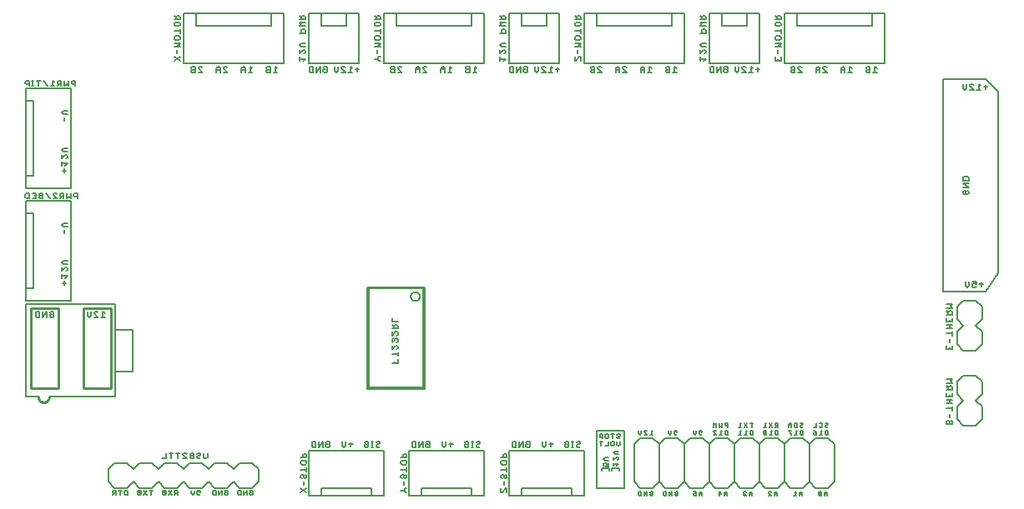
<source format=gbo>
G75*
G70*
%OFA0B0*%
%FSLAX24Y24*%
%IPPOS*%
%LPD*%
%AMOC8*
5,1,8,0,0,1.08239X$1,22.5*
%
%ADD10C,0.0080*%
%ADD11C,0.0100*%
D10*
X004745Y001812D02*
X004801Y001869D01*
X004773Y001869D02*
X004858Y001869D01*
X004858Y001812D02*
X004858Y001982D01*
X004773Y001982D01*
X004745Y001954D01*
X004745Y001897D01*
X004773Y001869D01*
X004808Y002072D02*
X005308Y002072D01*
X005558Y002322D01*
X005808Y002072D01*
X006308Y002072D01*
X006558Y002322D01*
X006808Y002072D01*
X007308Y002072D01*
X007558Y002322D01*
X007808Y002072D01*
X008308Y002072D01*
X008558Y002322D01*
X008808Y002072D01*
X009308Y002072D01*
X009558Y002322D01*
X009808Y002072D01*
X010308Y002072D01*
X010558Y002322D01*
X010558Y002822D01*
X010308Y003072D01*
X009808Y003072D01*
X009558Y002822D01*
X009308Y003072D01*
X008808Y003072D01*
X008558Y002822D01*
X008308Y003072D01*
X007808Y003072D01*
X007558Y002822D01*
X007308Y003072D01*
X006808Y003072D01*
X006558Y002822D01*
X006308Y003072D01*
X005808Y003072D01*
X005558Y002822D01*
X005308Y003072D01*
X004808Y003072D01*
X004558Y002822D01*
X004558Y002322D01*
X004808Y002072D01*
X004975Y001982D02*
X005088Y001982D01*
X005031Y001982D02*
X005031Y001812D01*
X005205Y001841D02*
X005205Y001954D01*
X005233Y001982D01*
X005318Y001982D01*
X005318Y001812D01*
X005233Y001812D01*
X005205Y001841D01*
X005745Y001841D02*
X005773Y001812D01*
X005830Y001812D01*
X005858Y001841D01*
X005745Y001954D01*
X005745Y001841D01*
X005858Y001841D02*
X005858Y001954D01*
X005830Y001982D01*
X005773Y001982D01*
X005745Y001954D01*
X005975Y001982D02*
X006088Y001812D01*
X005975Y001812D02*
X006088Y001982D01*
X006205Y001982D02*
X006318Y001982D01*
X006262Y001982D02*
X006262Y001812D01*
X006745Y001841D02*
X006745Y001954D01*
X006858Y001841D01*
X006830Y001812D01*
X006773Y001812D01*
X006745Y001841D01*
X006858Y001841D02*
X006858Y001954D01*
X006830Y001982D01*
X006773Y001982D01*
X006745Y001954D01*
X006975Y001982D02*
X007088Y001812D01*
X006975Y001812D02*
X007088Y001982D01*
X007205Y001954D02*
X007205Y001897D01*
X007233Y001869D01*
X007318Y001869D01*
X007262Y001869D02*
X007205Y001812D01*
X007318Y001812D02*
X007318Y001982D01*
X007233Y001982D01*
X007205Y001954D01*
X007875Y001982D02*
X007875Y001869D01*
X007931Y001812D01*
X007988Y001869D01*
X007988Y001982D01*
X008105Y001982D02*
X008218Y001982D01*
X008218Y001897D01*
X008162Y001926D01*
X008133Y001926D01*
X008105Y001897D01*
X008105Y001841D01*
X008133Y001812D01*
X008190Y001812D01*
X008218Y001841D01*
X008745Y001841D02*
X008745Y001954D01*
X008773Y001982D01*
X008858Y001982D01*
X008858Y001812D01*
X008773Y001812D01*
X008745Y001841D01*
X008975Y001812D02*
X008975Y001982D01*
X009088Y001982D02*
X008975Y001812D01*
X009088Y001812D02*
X009088Y001982D01*
X009205Y001954D02*
X009233Y001982D01*
X009290Y001982D01*
X009318Y001954D01*
X009318Y001841D01*
X009290Y001812D01*
X009233Y001812D01*
X009205Y001841D01*
X009205Y001897D01*
X009262Y001897D01*
X009745Y001841D02*
X009745Y001954D01*
X009773Y001982D01*
X009858Y001982D01*
X009858Y001812D01*
X009773Y001812D01*
X009745Y001841D01*
X009975Y001812D02*
X009975Y001982D01*
X010088Y001982D02*
X009975Y001812D01*
X010088Y001812D02*
X010088Y001982D01*
X010205Y001954D02*
X010233Y001982D01*
X010290Y001982D01*
X010318Y001954D01*
X010318Y001841D01*
X010290Y001812D01*
X010233Y001812D01*
X010205Y001841D01*
X010205Y001897D01*
X010262Y001897D01*
X012248Y001912D02*
X012468Y002059D01*
X012468Y001912D02*
X012248Y002059D01*
X012358Y002189D02*
X012358Y002335D01*
X012395Y002465D02*
X012358Y002501D01*
X012358Y002575D01*
X012322Y002611D01*
X012285Y002611D01*
X012248Y002575D01*
X012248Y002501D01*
X012285Y002465D01*
X012395Y002465D02*
X012432Y002465D01*
X012468Y002501D01*
X012468Y002575D01*
X012432Y002611D01*
X012468Y002741D02*
X012468Y002888D01*
X012468Y002814D02*
X012248Y002814D01*
X012285Y003017D02*
X012248Y003054D01*
X012248Y003127D01*
X012285Y003164D01*
X012432Y003164D01*
X012468Y003127D01*
X012468Y003054D01*
X012432Y003017D01*
X012285Y003017D01*
X012248Y003293D02*
X012468Y003293D01*
X012468Y003403D01*
X012432Y003440D01*
X012358Y003440D01*
X012322Y003403D01*
X012322Y003293D01*
X012558Y003572D02*
X015558Y003572D01*
X015558Y001772D01*
X015058Y001772D01*
X015058Y002072D01*
X013058Y002072D01*
X013058Y001772D01*
X015058Y001772D01*
X016248Y001986D02*
X016358Y001986D01*
X016432Y002059D01*
X016468Y002059D01*
X016358Y001986D02*
X016432Y001912D01*
X016468Y001912D01*
X016558Y001772D02*
X017058Y001772D01*
X017058Y002072D01*
X019058Y002072D01*
X019058Y001772D01*
X019558Y001772D01*
X019558Y003572D01*
X016558Y003572D01*
X016558Y001772D01*
X017058Y001772D02*
X019058Y001772D01*
X020248Y001912D02*
X020248Y002059D01*
X020248Y001912D02*
X020285Y001912D01*
X020432Y002059D01*
X020468Y002059D01*
X020468Y001912D01*
X020558Y001772D02*
X021058Y001772D01*
X021058Y002072D01*
X023058Y002072D01*
X023058Y001772D01*
X023558Y001772D01*
X023558Y003572D01*
X020558Y003572D01*
X020558Y001772D01*
X021058Y001772D02*
X023058Y001772D01*
X024058Y002072D02*
X024058Y004372D01*
X025158Y004372D01*
X025158Y002072D01*
X024058Y002072D01*
X024258Y002772D02*
X024258Y002872D01*
X024558Y002872D01*
X024558Y002772D01*
X024658Y002772D02*
X024658Y002872D01*
X024958Y002872D01*
X024958Y002772D01*
X024862Y002972D02*
X024918Y003028D01*
X024748Y003028D01*
X024748Y002972D02*
X024748Y003085D01*
X024748Y003202D02*
X024862Y003315D01*
X024890Y003315D01*
X024918Y003287D01*
X024918Y003230D01*
X024890Y003202D01*
X024748Y003202D02*
X024748Y003315D01*
X024805Y003432D02*
X024748Y003489D01*
X024805Y003545D01*
X024918Y003545D01*
X024918Y003432D02*
X024805Y003432D01*
X024518Y003296D02*
X024405Y003296D01*
X024348Y003239D01*
X024405Y003182D01*
X024518Y003182D01*
X024518Y003065D02*
X024518Y002952D01*
X024433Y002952D01*
X024462Y003009D01*
X024462Y003037D01*
X024433Y003065D01*
X024377Y003065D01*
X024348Y003037D01*
X024348Y002980D01*
X024377Y002952D01*
X025558Y002322D02*
X025558Y003822D01*
X025808Y004072D01*
X026308Y004072D01*
X026558Y003822D01*
X026558Y002322D01*
X026308Y002072D01*
X025808Y002072D01*
X025558Y002322D01*
X025763Y001932D02*
X025849Y001932D01*
X025849Y001762D01*
X025763Y001762D01*
X025735Y001791D01*
X025735Y001904D01*
X025763Y001932D01*
X025965Y001932D02*
X025965Y001762D01*
X026079Y001932D01*
X026079Y001762D01*
X026195Y001791D02*
X026195Y001847D01*
X026252Y001847D01*
X026195Y001791D02*
X026224Y001762D01*
X026280Y001762D01*
X026309Y001791D01*
X026309Y001904D01*
X026280Y001932D01*
X026224Y001932D01*
X026195Y001904D01*
X026735Y001904D02*
X026763Y001932D01*
X026849Y001932D01*
X026849Y001762D01*
X026763Y001762D01*
X026735Y001791D01*
X026735Y001904D01*
X026808Y002072D02*
X026558Y002322D01*
X026808Y002072D02*
X027308Y002072D01*
X027558Y002322D01*
X027558Y003822D01*
X027808Y004072D01*
X028308Y004072D01*
X028558Y003822D01*
X028558Y002322D01*
X028308Y002072D01*
X027808Y002072D01*
X027558Y002322D01*
X027280Y001932D02*
X027309Y001904D01*
X027309Y001791D01*
X027280Y001762D01*
X027224Y001762D01*
X027195Y001791D01*
X027195Y001847D01*
X027252Y001847D01*
X027195Y001904D02*
X027224Y001932D01*
X027280Y001932D01*
X027079Y001932D02*
X026965Y001762D01*
X026965Y001932D01*
X027079Y001932D02*
X027079Y001762D01*
X027935Y001791D02*
X027963Y001762D01*
X028020Y001762D01*
X028048Y001791D01*
X028048Y001847D02*
X027992Y001876D01*
X027963Y001876D01*
X027935Y001847D01*
X027935Y001791D01*
X028048Y001847D02*
X028048Y001932D01*
X027935Y001932D01*
X028165Y001876D02*
X028222Y001932D01*
X028279Y001876D01*
X028279Y001762D01*
X028279Y001847D02*
X028165Y001847D01*
X028165Y001876D02*
X028165Y001762D01*
X028558Y002322D02*
X028808Y002072D01*
X029308Y002072D01*
X029558Y002322D01*
X029558Y003822D01*
X029808Y004072D01*
X030308Y004072D01*
X030558Y003822D01*
X030558Y002322D01*
X030308Y002072D01*
X029808Y002072D01*
X029558Y002322D01*
X029222Y001932D02*
X029165Y001876D01*
X029165Y001762D01*
X029165Y001847D02*
X029279Y001847D01*
X029279Y001876D02*
X029222Y001932D01*
X029279Y001876D02*
X029279Y001762D01*
X029048Y001847D02*
X028963Y001932D01*
X028963Y001762D01*
X028935Y001847D02*
X029048Y001847D01*
X029935Y001819D02*
X029935Y001791D01*
X029963Y001762D01*
X030020Y001762D01*
X030048Y001791D01*
X029992Y001847D02*
X029963Y001847D01*
X029935Y001819D01*
X029963Y001847D02*
X029935Y001876D01*
X029935Y001904D01*
X029963Y001932D01*
X030020Y001932D01*
X030048Y001904D01*
X030165Y001876D02*
X030165Y001762D01*
X030165Y001847D02*
X030279Y001847D01*
X030279Y001876D02*
X030222Y001932D01*
X030165Y001876D01*
X030279Y001876D02*
X030279Y001762D01*
X030808Y002072D02*
X030558Y002322D01*
X030808Y002072D02*
X031308Y002072D01*
X031558Y002322D01*
X031558Y003822D01*
X031808Y004072D01*
X032308Y004072D01*
X032558Y003822D01*
X032558Y002322D01*
X032308Y002072D01*
X031808Y002072D01*
X031558Y002322D01*
X031222Y001932D02*
X031165Y001876D01*
X031165Y001762D01*
X031165Y001847D02*
X031279Y001847D01*
X031279Y001876D02*
X031222Y001932D01*
X031279Y001876D02*
X031279Y001762D01*
X031048Y001762D02*
X030935Y001876D01*
X030935Y001904D01*
X030963Y001932D01*
X031020Y001932D01*
X031048Y001904D01*
X031048Y001762D02*
X030935Y001762D01*
X031935Y001762D02*
X032048Y001762D01*
X031992Y001762D02*
X031992Y001932D01*
X032048Y001876D01*
X032165Y001876D02*
X032165Y001762D01*
X032165Y001847D02*
X032279Y001847D01*
X032279Y001876D02*
X032222Y001932D01*
X032165Y001876D01*
X032279Y001876D02*
X032279Y001762D01*
X032808Y002072D02*
X032558Y002322D01*
X032808Y002072D02*
X033308Y002072D01*
X033558Y002322D01*
X033558Y003822D01*
X033308Y004072D01*
X032808Y004072D01*
X032558Y003822D01*
X032763Y004212D02*
X032735Y004241D01*
X032735Y004269D01*
X032763Y004297D01*
X032849Y004297D01*
X032849Y004241D01*
X032820Y004212D01*
X032763Y004212D01*
X032849Y004297D02*
X032792Y004354D01*
X032735Y004382D01*
X032735Y004512D02*
X032849Y004512D01*
X032849Y004682D01*
X032965Y004654D02*
X032994Y004682D01*
X033050Y004682D01*
X033079Y004654D01*
X033079Y004541D01*
X033050Y004512D01*
X032994Y004512D01*
X032965Y004541D01*
X033022Y004382D02*
X033022Y004212D01*
X033079Y004212D02*
X032965Y004212D01*
X033079Y004326D02*
X033022Y004382D01*
X033195Y004354D02*
X033195Y004241D01*
X033224Y004212D01*
X033309Y004212D01*
X033309Y004382D01*
X033224Y004382D01*
X033195Y004354D01*
X033224Y004512D02*
X033280Y004512D01*
X033309Y004541D01*
X033280Y004597D02*
X033224Y004597D01*
X033195Y004569D01*
X033195Y004541D01*
X033224Y004512D01*
X033280Y004597D02*
X033309Y004626D01*
X033309Y004654D01*
X033280Y004682D01*
X033224Y004682D01*
X033195Y004654D01*
X032309Y004654D02*
X032309Y004626D01*
X032280Y004597D01*
X032224Y004597D01*
X032195Y004569D01*
X032195Y004541D01*
X032224Y004512D01*
X032280Y004512D01*
X032309Y004541D01*
X032309Y004654D02*
X032280Y004682D01*
X032224Y004682D01*
X032195Y004654D01*
X032079Y004682D02*
X031994Y004682D01*
X031965Y004654D01*
X031965Y004541D01*
X031994Y004512D01*
X032079Y004512D01*
X032079Y004682D01*
X031849Y004626D02*
X031792Y004682D01*
X031735Y004626D01*
X031735Y004512D01*
X031735Y004597D02*
X031849Y004597D01*
X031849Y004626D02*
X031849Y004512D01*
X031849Y004382D02*
X031735Y004382D01*
X031735Y004354D01*
X031849Y004241D01*
X031849Y004212D01*
X031965Y004212D02*
X032079Y004212D01*
X032022Y004212D02*
X032022Y004382D01*
X032079Y004326D01*
X032195Y004354D02*
X032224Y004382D01*
X032309Y004382D01*
X032309Y004212D01*
X032224Y004212D01*
X032195Y004241D01*
X032195Y004354D01*
X031558Y003822D02*
X031308Y004072D01*
X030808Y004072D01*
X030558Y003822D01*
X030763Y004212D02*
X030820Y004212D01*
X030849Y004241D01*
X030735Y004354D01*
X030735Y004241D01*
X030763Y004212D01*
X030849Y004241D02*
X030849Y004354D01*
X030820Y004382D01*
X030763Y004382D01*
X030735Y004354D01*
X030735Y004512D02*
X030849Y004512D01*
X030792Y004512D02*
X030792Y004682D01*
X030849Y004626D01*
X030965Y004682D02*
X031079Y004512D01*
X030965Y004512D02*
X031079Y004682D01*
X031195Y004654D02*
X031195Y004597D01*
X031224Y004569D01*
X031309Y004569D01*
X031309Y004512D02*
X031309Y004682D01*
X031224Y004682D01*
X031195Y004654D01*
X031252Y004569D02*
X031195Y004512D01*
X031224Y004382D02*
X031309Y004382D01*
X031309Y004212D01*
X031224Y004212D01*
X031195Y004241D01*
X031195Y004354D01*
X031224Y004382D01*
X031079Y004326D02*
X031022Y004382D01*
X031022Y004212D01*
X031079Y004212D02*
X030965Y004212D01*
X030309Y004212D02*
X030309Y004382D01*
X030224Y004382D01*
X030195Y004354D01*
X030195Y004241D01*
X030224Y004212D01*
X030309Y004212D01*
X030079Y004212D02*
X029965Y004212D01*
X030022Y004212D02*
X030022Y004382D01*
X030079Y004326D01*
X030079Y004512D02*
X029965Y004682D01*
X030079Y004682D02*
X029965Y004512D01*
X029849Y004512D02*
X029735Y004512D01*
X029792Y004512D02*
X029792Y004682D01*
X029849Y004626D01*
X029792Y004382D02*
X029792Y004212D01*
X029849Y004212D02*
X029735Y004212D01*
X029849Y004326D02*
X029792Y004382D01*
X030252Y004512D02*
X030252Y004682D01*
X030309Y004682D02*
X030195Y004682D01*
X029309Y004682D02*
X029224Y004682D01*
X029195Y004654D01*
X029195Y004597D01*
X029224Y004569D01*
X029309Y004569D01*
X029309Y004512D02*
X029309Y004682D01*
X029079Y004682D02*
X029079Y004512D01*
X029022Y004569D01*
X028965Y004512D01*
X028965Y004682D01*
X028849Y004682D02*
X028792Y004626D01*
X028735Y004682D01*
X028735Y004512D01*
X028849Y004512D02*
X028849Y004682D01*
X028820Y004382D02*
X028849Y004354D01*
X028820Y004382D02*
X028763Y004382D01*
X028735Y004354D01*
X028735Y004326D01*
X028849Y004212D01*
X028735Y004212D01*
X028808Y004072D02*
X029308Y004072D01*
X029558Y003822D01*
X029309Y004212D02*
X029224Y004212D01*
X029195Y004241D01*
X029195Y004354D01*
X029224Y004382D01*
X029309Y004382D01*
X029309Y004212D01*
X029079Y004212D02*
X028965Y004212D01*
X029022Y004212D02*
X029022Y004382D01*
X029079Y004326D01*
X028808Y004072D02*
X028558Y003822D01*
X028250Y004212D02*
X028194Y004212D01*
X028165Y004241D01*
X028165Y004297D01*
X028194Y004326D01*
X028222Y004326D01*
X028279Y004297D01*
X028279Y004382D01*
X028165Y004382D01*
X028048Y004382D02*
X028048Y004269D01*
X027992Y004212D01*
X027935Y004269D01*
X027935Y004382D01*
X028250Y004212D02*
X028279Y004241D01*
X027558Y003822D02*
X027308Y004072D01*
X026808Y004072D01*
X026558Y003822D01*
X026309Y004212D02*
X026195Y004212D01*
X026252Y004212D02*
X026252Y004382D01*
X026309Y004326D01*
X026079Y004354D02*
X026050Y004382D01*
X025994Y004382D01*
X025965Y004354D01*
X025965Y004326D01*
X026079Y004212D01*
X025965Y004212D01*
X025849Y004269D02*
X025792Y004212D01*
X025735Y004269D01*
X025735Y004382D01*
X025849Y004382D02*
X025849Y004269D01*
X024989Y004204D02*
X024989Y004176D01*
X024961Y004147D01*
X024904Y004147D01*
X024876Y004119D01*
X024876Y004091D01*
X024904Y004062D01*
X024961Y004062D01*
X024989Y004091D01*
X024989Y004204D02*
X024961Y004232D01*
X024904Y004232D01*
X024876Y004204D01*
X024759Y004232D02*
X024645Y004232D01*
X024702Y004232D02*
X024702Y004062D01*
X024674Y003932D02*
X024645Y003904D01*
X024645Y003791D01*
X024674Y003762D01*
X024731Y003762D01*
X024759Y003791D01*
X024759Y003904D01*
X024731Y003932D01*
X024674Y003932D01*
X024529Y003932D02*
X024529Y003762D01*
X024415Y003762D01*
X024242Y003762D02*
X024242Y003932D01*
X024299Y003932D02*
X024185Y003932D01*
X024299Y004062D02*
X024299Y004232D01*
X024214Y004232D01*
X024185Y004204D01*
X024185Y004147D01*
X024214Y004119D01*
X024299Y004119D01*
X024415Y004091D02*
X024415Y004204D01*
X024444Y004232D01*
X024500Y004232D01*
X024529Y004204D01*
X024529Y004091D01*
X024500Y004062D01*
X024444Y004062D01*
X024415Y004091D01*
X024876Y003932D02*
X024876Y003819D01*
X024932Y003762D01*
X024989Y003819D01*
X024989Y003932D01*
X023405Y003896D02*
X023405Y003859D01*
X023368Y003822D01*
X023295Y003822D01*
X023258Y003786D01*
X023258Y003749D01*
X023295Y003712D01*
X023368Y003712D01*
X023405Y003749D01*
X023405Y003896D02*
X023368Y003932D01*
X023295Y003932D01*
X023258Y003896D01*
X023129Y003932D02*
X023055Y003932D01*
X023092Y003932D02*
X023092Y003712D01*
X023129Y003712D02*
X023055Y003712D01*
X022945Y003749D02*
X022908Y003712D01*
X022834Y003712D01*
X022798Y003749D01*
X022798Y003822D01*
X022871Y003822D01*
X022945Y003749D02*
X022945Y003896D01*
X022908Y003932D01*
X022834Y003932D01*
X022798Y003896D01*
X022321Y003822D02*
X022174Y003822D01*
X022247Y003896D02*
X022247Y003749D01*
X022044Y003786D02*
X022044Y003932D01*
X021898Y003932D02*
X021898Y003786D01*
X021971Y003712D01*
X022044Y003786D01*
X021397Y003749D02*
X021397Y003896D01*
X021360Y003932D01*
X021287Y003932D01*
X021250Y003896D01*
X021250Y003822D02*
X021324Y003822D01*
X021250Y003822D02*
X021250Y003749D01*
X021287Y003712D01*
X021360Y003712D01*
X021397Y003749D01*
X021121Y003712D02*
X021121Y003932D01*
X020974Y003712D01*
X020974Y003932D01*
X020845Y003932D02*
X020845Y003712D01*
X020734Y003712D01*
X020698Y003749D01*
X020698Y003896D01*
X020734Y003932D01*
X020845Y003932D01*
X020432Y003440D02*
X020358Y003440D01*
X020322Y003403D01*
X020322Y003293D01*
X020248Y003293D02*
X020468Y003293D01*
X020468Y003403D01*
X020432Y003440D01*
X020432Y003164D02*
X020468Y003127D01*
X020468Y003054D01*
X020432Y003017D01*
X020285Y003017D01*
X020248Y003054D01*
X020248Y003127D01*
X020285Y003164D01*
X020432Y003164D01*
X020468Y002888D02*
X020468Y002741D01*
X020468Y002814D02*
X020248Y002814D01*
X020285Y002611D02*
X020248Y002575D01*
X020248Y002501D01*
X020285Y002465D01*
X020358Y002501D02*
X020358Y002575D01*
X020322Y002611D01*
X020285Y002611D01*
X020358Y002501D02*
X020395Y002465D01*
X020432Y002465D01*
X020468Y002501D01*
X020468Y002575D01*
X020432Y002611D01*
X020358Y002335D02*
X020358Y002189D01*
X019368Y003712D02*
X019405Y003749D01*
X019368Y003712D02*
X019295Y003712D01*
X019258Y003749D01*
X019258Y003786D01*
X019295Y003822D01*
X019368Y003822D01*
X019405Y003859D01*
X019405Y003896D01*
X019368Y003932D01*
X019295Y003932D01*
X019258Y003896D01*
X019129Y003932D02*
X019055Y003932D01*
X019092Y003932D02*
X019092Y003712D01*
X019129Y003712D02*
X019055Y003712D01*
X018945Y003749D02*
X018908Y003712D01*
X018834Y003712D01*
X018798Y003749D01*
X018798Y003822D01*
X018871Y003822D01*
X018945Y003749D02*
X018945Y003896D01*
X018908Y003932D01*
X018834Y003932D01*
X018798Y003896D01*
X018321Y003822D02*
X018174Y003822D01*
X018247Y003896D02*
X018247Y003749D01*
X018044Y003786D02*
X017971Y003712D01*
X017898Y003786D01*
X017898Y003932D01*
X018044Y003932D02*
X018044Y003786D01*
X017397Y003749D02*
X017360Y003712D01*
X017287Y003712D01*
X017250Y003749D01*
X017250Y003822D01*
X017324Y003822D01*
X017397Y003896D02*
X017397Y003749D01*
X017397Y003896D02*
X017360Y003932D01*
X017287Y003932D01*
X017250Y003896D01*
X017121Y003932D02*
X016974Y003712D01*
X016974Y003932D01*
X016845Y003932D02*
X016734Y003932D01*
X016698Y003896D01*
X016698Y003749D01*
X016734Y003712D01*
X016845Y003712D01*
X016845Y003932D01*
X017121Y003932D02*
X017121Y003712D01*
X016468Y003403D02*
X016432Y003440D01*
X016358Y003440D01*
X016322Y003403D01*
X016322Y003293D01*
X016248Y003293D02*
X016468Y003293D01*
X016468Y003403D01*
X016432Y003164D02*
X016285Y003164D01*
X016248Y003127D01*
X016248Y003054D01*
X016285Y003017D01*
X016432Y003017D01*
X016468Y003054D01*
X016468Y003127D01*
X016432Y003164D01*
X016468Y002888D02*
X016468Y002741D01*
X016468Y002814D02*
X016248Y002814D01*
X016285Y002611D02*
X016248Y002575D01*
X016248Y002501D01*
X016285Y002465D01*
X016358Y002501D02*
X016358Y002575D01*
X016322Y002611D01*
X016285Y002611D01*
X016358Y002501D02*
X016395Y002465D01*
X016432Y002465D01*
X016468Y002501D01*
X016468Y002575D01*
X016432Y002611D01*
X016358Y002335D02*
X016358Y002189D01*
X015368Y003712D02*
X015405Y003749D01*
X015368Y003712D02*
X015295Y003712D01*
X015258Y003749D01*
X015258Y003786D01*
X015295Y003822D01*
X015368Y003822D01*
X015405Y003859D01*
X015405Y003896D01*
X015368Y003932D01*
X015295Y003932D01*
X015258Y003896D01*
X015129Y003932D02*
X015055Y003932D01*
X015092Y003932D02*
X015092Y003712D01*
X015129Y003712D02*
X015055Y003712D01*
X014945Y003749D02*
X014908Y003712D01*
X014834Y003712D01*
X014798Y003749D01*
X014798Y003822D01*
X014871Y003822D01*
X014945Y003749D02*
X014945Y003896D01*
X014908Y003932D01*
X014834Y003932D01*
X014798Y003896D01*
X014321Y003822D02*
X014174Y003822D01*
X014247Y003896D02*
X014247Y003749D01*
X014044Y003786D02*
X013971Y003712D01*
X013898Y003786D01*
X013898Y003932D01*
X014044Y003932D02*
X014044Y003786D01*
X013397Y003749D02*
X013360Y003712D01*
X013287Y003712D01*
X013250Y003749D01*
X013250Y003822D01*
X013324Y003822D01*
X013397Y003896D02*
X013397Y003749D01*
X013397Y003896D02*
X013360Y003932D01*
X013287Y003932D01*
X013250Y003896D01*
X013121Y003932D02*
X012974Y003712D01*
X012974Y003932D01*
X012845Y003932D02*
X012734Y003932D01*
X012698Y003896D01*
X012698Y003749D01*
X012734Y003712D01*
X012845Y003712D01*
X012845Y003932D01*
X013121Y003932D02*
X013121Y003712D01*
X012558Y003572D02*
X012558Y001772D01*
X013058Y001772D01*
X008518Y003299D02*
X008482Y003262D01*
X008408Y003262D01*
X008371Y003299D01*
X008371Y003482D01*
X008242Y003446D02*
X008242Y003409D01*
X008205Y003372D01*
X008132Y003372D01*
X008095Y003336D01*
X008095Y003299D01*
X008132Y003262D01*
X008205Y003262D01*
X008242Y003299D01*
X008242Y003446D02*
X008205Y003482D01*
X008132Y003482D01*
X008095Y003446D01*
X007966Y003482D02*
X007856Y003482D01*
X007819Y003446D01*
X007819Y003409D01*
X007856Y003372D01*
X007966Y003372D01*
X007966Y003262D02*
X007856Y003262D01*
X007819Y003299D01*
X007819Y003336D01*
X007856Y003372D01*
X007966Y003262D02*
X007966Y003482D01*
X007690Y003446D02*
X007653Y003482D01*
X007580Y003482D01*
X007543Y003446D01*
X007543Y003409D01*
X007690Y003262D01*
X007543Y003262D01*
X007340Y003262D02*
X007340Y003482D01*
X007413Y003482D02*
X007267Y003482D01*
X007137Y003482D02*
X006990Y003482D01*
X007064Y003482D02*
X007064Y003262D01*
X006861Y003262D02*
X006861Y003482D01*
X006861Y003262D02*
X006714Y003262D01*
X008518Y003299D02*
X008518Y003482D01*
X004830Y005722D02*
X002192Y005722D01*
X001759Y005722D02*
X001258Y005722D01*
X001258Y009422D01*
X004830Y009423D01*
X004830Y005722D01*
X004869Y006746D02*
X005539Y006746D01*
X005539Y008399D01*
X004869Y008399D01*
X004418Y008912D02*
X004271Y008912D01*
X004345Y008912D02*
X004345Y009132D01*
X004418Y009059D01*
X004142Y009096D02*
X004105Y009132D01*
X004032Y009132D01*
X003995Y009096D01*
X003995Y009059D01*
X004142Y008912D01*
X003995Y008912D01*
X003866Y008986D02*
X003792Y008912D01*
X003719Y008986D01*
X003719Y009132D01*
X003866Y009132D02*
X003866Y008986D01*
X003058Y009572D02*
X003058Y013572D01*
X001258Y013572D01*
X001258Y013072D01*
X001558Y013072D01*
X001558Y010072D01*
X001258Y010072D01*
X001258Y013072D01*
X001285Y013662D02*
X001248Y013699D01*
X001248Y013846D01*
X001285Y013882D01*
X001395Y013882D01*
X001395Y013662D01*
X001285Y013662D01*
X001524Y013662D02*
X001671Y013662D01*
X001671Y013882D01*
X001524Y013882D01*
X001597Y013772D02*
X001671Y013772D01*
X001800Y013736D02*
X001800Y013699D01*
X001837Y013662D01*
X001947Y013662D01*
X001947Y013882D01*
X001837Y013882D01*
X001800Y013846D01*
X001800Y013809D01*
X001837Y013772D01*
X001947Y013772D01*
X001837Y013772D02*
X001800Y013736D01*
X002076Y013882D02*
X002223Y013662D01*
X002353Y013662D02*
X002499Y013662D01*
X002353Y013809D01*
X002353Y013846D01*
X002389Y013882D01*
X002463Y013882D01*
X002499Y013846D01*
X002629Y013846D02*
X002629Y013772D01*
X002666Y013736D01*
X002776Y013736D01*
X002702Y013736D02*
X002629Y013662D01*
X002776Y013662D02*
X002776Y013882D01*
X002666Y013882D01*
X002629Y013846D01*
X002905Y013882D02*
X002905Y013662D01*
X002979Y013736D01*
X003052Y013662D01*
X003052Y013882D01*
X003181Y013846D02*
X003181Y013772D01*
X003218Y013736D01*
X003328Y013736D01*
X003328Y013662D02*
X003328Y013882D01*
X003218Y013882D01*
X003181Y013846D01*
X003058Y014072D02*
X003058Y018072D01*
X001258Y018072D01*
X001258Y017572D01*
X001558Y017572D01*
X001558Y014572D01*
X001258Y014572D01*
X001258Y017572D01*
X001395Y018162D02*
X001395Y018382D01*
X001285Y018382D01*
X001248Y018346D01*
X001248Y018272D01*
X001285Y018236D01*
X001395Y018236D01*
X001505Y018162D02*
X001579Y018162D01*
X001542Y018162D02*
X001542Y018382D01*
X001579Y018382D02*
X001505Y018382D01*
X001708Y018382D02*
X001855Y018382D01*
X001782Y018382D02*
X001782Y018162D01*
X001984Y018382D02*
X002131Y018162D01*
X002261Y018162D02*
X002407Y018162D01*
X002334Y018162D02*
X002334Y018382D01*
X002407Y018309D01*
X002537Y018272D02*
X002574Y018236D01*
X002684Y018236D01*
X002684Y018162D02*
X002684Y018382D01*
X002574Y018382D01*
X002537Y018346D01*
X002537Y018272D01*
X002610Y018236D02*
X002537Y018162D01*
X002813Y018162D02*
X002813Y018382D01*
X002960Y018382D02*
X002960Y018162D01*
X002886Y018236D01*
X002813Y018162D01*
X003089Y018272D02*
X003126Y018236D01*
X003236Y018236D01*
X003236Y018162D02*
X003236Y018382D01*
X003126Y018382D01*
X003089Y018346D01*
X003089Y018272D01*
X002918Y017183D02*
X002772Y017183D01*
X002698Y017109D01*
X002772Y017036D01*
X002918Y017036D01*
X002808Y016907D02*
X002808Y016760D01*
X002772Y015683D02*
X002918Y015683D01*
X002772Y015683D02*
X002698Y015609D01*
X002772Y015536D01*
X002918Y015536D01*
X002882Y015407D02*
X002845Y015407D01*
X002698Y015260D01*
X002698Y015407D01*
X002882Y015407D02*
X002918Y015370D01*
X002918Y015296D01*
X002882Y015260D01*
X002918Y015057D02*
X002698Y015057D01*
X002698Y014984D02*
X002698Y015130D01*
X002845Y014984D02*
X002918Y015057D01*
X002808Y014854D02*
X002808Y014707D01*
X002735Y014781D02*
X002882Y014781D01*
X003058Y014072D02*
X001258Y014072D01*
X001258Y014572D01*
X002772Y012683D02*
X002918Y012683D01*
X002772Y012683D02*
X002698Y012609D01*
X002772Y012536D01*
X002918Y012536D01*
X002808Y012407D02*
X002808Y012260D01*
X002772Y011183D02*
X002918Y011183D01*
X002772Y011183D02*
X002698Y011109D01*
X002772Y011036D01*
X002918Y011036D01*
X002882Y010907D02*
X002845Y010907D01*
X002698Y010760D01*
X002698Y010907D01*
X002882Y010907D02*
X002918Y010870D01*
X002918Y010796D01*
X002882Y010760D01*
X002918Y010557D02*
X002698Y010557D01*
X002698Y010484D02*
X002698Y010630D01*
X002845Y010484D02*
X002918Y010557D01*
X002808Y010354D02*
X002808Y010207D01*
X002735Y010281D02*
X002882Y010281D01*
X003058Y009572D02*
X001258Y009572D01*
X001258Y010072D01*
X001706Y009132D02*
X001816Y009132D01*
X001816Y008912D01*
X001706Y008912D01*
X001669Y008949D01*
X001669Y009096D01*
X001706Y009132D01*
X001945Y009132D02*
X001945Y008912D01*
X002092Y009132D01*
X002092Y008912D01*
X002221Y008949D02*
X002221Y009022D01*
X002295Y009022D01*
X002368Y009096D02*
X002368Y008949D01*
X002332Y008912D01*
X002258Y008912D01*
X002221Y008949D01*
X002221Y009096D02*
X002258Y009132D01*
X002332Y009132D01*
X002368Y009096D01*
X014907Y010120D02*
X014907Y006025D01*
X017210Y006025D01*
X017210Y010120D01*
X014907Y010120D01*
X014970Y010056D02*
X017146Y010056D01*
X017146Y006089D01*
X014970Y006089D01*
X014970Y010056D01*
X015898Y008883D02*
X015898Y008736D01*
X016118Y008736D01*
X016082Y008607D02*
X016008Y008607D01*
X015972Y008570D01*
X015972Y008460D01*
X015972Y008533D02*
X015898Y008607D01*
X015898Y008460D02*
X016118Y008460D01*
X016118Y008570D01*
X016082Y008607D01*
X016082Y008330D02*
X016118Y008294D01*
X016118Y008220D01*
X016082Y008184D01*
X016082Y008054D02*
X016045Y008054D01*
X016008Y008017D01*
X015972Y008054D01*
X015935Y008054D01*
X015898Y008017D01*
X015898Y007944D01*
X015935Y007907D01*
X016008Y007981D02*
X016008Y008017D01*
X016082Y008054D02*
X016118Y008017D01*
X016118Y007944D01*
X016082Y007907D01*
X016082Y007778D02*
X016118Y007741D01*
X016118Y007668D01*
X016082Y007631D01*
X016118Y007502D02*
X016118Y007355D01*
X016118Y007428D02*
X015898Y007428D01*
X015898Y007631D02*
X016045Y007778D01*
X016082Y007778D01*
X015898Y007778D02*
X015898Y007631D01*
X016118Y007225D02*
X016118Y007079D01*
X015898Y007079D01*
X016008Y007079D02*
X016008Y007152D01*
X015898Y008184D02*
X016045Y008330D01*
X016082Y008330D01*
X015898Y008330D02*
X015898Y008184D01*
X016645Y009736D02*
X016647Y009762D01*
X016653Y009788D01*
X016662Y009813D01*
X016675Y009836D01*
X016691Y009857D01*
X016710Y009875D01*
X016732Y009891D01*
X016755Y009903D01*
X016780Y009911D01*
X016806Y009916D01*
X016833Y009917D01*
X016859Y009914D01*
X016884Y009907D01*
X016909Y009897D01*
X016931Y009883D01*
X016952Y009866D01*
X016969Y009847D01*
X016984Y009825D01*
X016995Y009801D01*
X017003Y009775D01*
X017007Y009749D01*
X017007Y009723D01*
X017003Y009697D01*
X016995Y009671D01*
X016984Y009647D01*
X016969Y009625D01*
X016952Y009606D01*
X016931Y009589D01*
X016909Y009575D01*
X016884Y009565D01*
X016859Y009558D01*
X016833Y009555D01*
X016806Y009556D01*
X016780Y009561D01*
X016755Y009569D01*
X016732Y009581D01*
X016710Y009597D01*
X016691Y009615D01*
X016675Y009636D01*
X016662Y009659D01*
X016653Y009684D01*
X016647Y009710D01*
X016645Y009736D01*
X026935Y004382D02*
X026935Y004269D01*
X026992Y004212D01*
X027048Y004269D01*
X027048Y004382D01*
X027165Y004382D02*
X027279Y004382D01*
X027279Y004297D01*
X027222Y004326D01*
X027194Y004326D01*
X027165Y004297D01*
X027165Y004241D01*
X027194Y004212D01*
X027250Y004212D01*
X027279Y004241D01*
X032935Y001904D02*
X033048Y001791D01*
X033020Y001762D01*
X032963Y001762D01*
X032935Y001791D01*
X032935Y001904D01*
X032963Y001932D01*
X033020Y001932D01*
X033048Y001904D01*
X033048Y001791D01*
X033165Y001762D02*
X033165Y001876D01*
X033222Y001932D01*
X033279Y001876D01*
X033279Y001762D01*
X033279Y001847D02*
X033165Y001847D01*
X038042Y004629D02*
X038042Y004739D01*
X038079Y004775D01*
X038115Y004775D01*
X038152Y004739D01*
X038152Y004629D01*
X038152Y004739D02*
X038189Y004775D01*
X038225Y004775D01*
X038262Y004739D01*
X038262Y004629D01*
X038042Y004629D01*
X038152Y004905D02*
X038152Y005052D01*
X038262Y005181D02*
X038262Y005328D01*
X038262Y005254D02*
X038042Y005254D01*
X038042Y005457D02*
X038262Y005457D01*
X038152Y005457D02*
X038152Y005604D01*
X038262Y005604D02*
X038042Y005604D01*
X038042Y005734D02*
X038042Y005880D01*
X038042Y006010D02*
X038262Y006010D01*
X038262Y006120D01*
X038225Y006157D01*
X038152Y006157D01*
X038115Y006120D01*
X038115Y006010D01*
X038115Y006083D02*
X038042Y006157D01*
X038042Y006286D02*
X038262Y006286D01*
X038189Y006359D01*
X038262Y006433D01*
X038042Y006433D01*
X038452Y006322D02*
X038702Y006572D01*
X039202Y006572D01*
X039452Y006322D01*
X039452Y005822D01*
X039202Y005572D01*
X039452Y005322D01*
X039452Y004822D01*
X039202Y004572D01*
X038702Y004572D01*
X038452Y004822D01*
X038452Y005322D01*
X038702Y005572D01*
X038452Y005822D01*
X038452Y006322D01*
X038262Y005880D02*
X038262Y005734D01*
X038042Y005734D01*
X038152Y005734D02*
X038152Y005807D01*
X038152Y007629D02*
X038152Y007702D01*
X038262Y007629D02*
X038042Y007629D01*
X038042Y007775D01*
X038152Y007905D02*
X038152Y008052D01*
X038262Y008181D02*
X038262Y008328D01*
X038262Y008254D02*
X038042Y008254D01*
X038042Y008457D02*
X038262Y008457D01*
X038152Y008457D02*
X038152Y008604D01*
X038262Y008604D02*
X038042Y008604D01*
X038042Y008734D02*
X038042Y008880D01*
X038042Y009010D02*
X038262Y009010D01*
X038262Y009120D01*
X038225Y009157D01*
X038152Y009157D01*
X038115Y009120D01*
X038115Y009010D01*
X038115Y009083D02*
X038042Y009157D01*
X038042Y009286D02*
X038262Y009286D01*
X038189Y009359D01*
X038262Y009433D01*
X038042Y009433D01*
X038452Y009322D02*
X038702Y009572D01*
X039202Y009572D01*
X039452Y009322D01*
X039452Y008822D01*
X039202Y008572D01*
X039452Y008322D01*
X039452Y007822D01*
X039202Y007572D01*
X038702Y007572D01*
X038452Y007822D01*
X038452Y008322D01*
X038702Y008572D01*
X038452Y008822D01*
X038452Y009322D01*
X038262Y008880D02*
X038262Y008734D01*
X038042Y008734D01*
X038152Y008734D02*
X038152Y008807D01*
X038262Y007775D02*
X038262Y007629D01*
X037915Y009922D02*
X039615Y009922D01*
X040115Y010672D01*
X040115Y017922D01*
X039615Y018422D01*
X037915Y018422D01*
X037915Y009922D01*
X038798Y010186D02*
X038798Y010332D01*
X038798Y010186D02*
X038871Y010112D01*
X038945Y010186D01*
X038945Y010332D01*
X039074Y010332D02*
X039221Y010332D01*
X039221Y010222D01*
X039147Y010259D01*
X039111Y010259D01*
X039074Y010222D01*
X039074Y010149D01*
X039111Y010112D01*
X039184Y010112D01*
X039221Y010149D01*
X039350Y010222D02*
X039497Y010222D01*
X039424Y010296D02*
X039424Y010149D01*
X038882Y013834D02*
X038735Y013834D01*
X038698Y013870D01*
X038698Y013944D01*
X038735Y013980D01*
X038808Y013980D01*
X038808Y013907D01*
X038882Y013980D02*
X038918Y013944D01*
X038918Y013870D01*
X038882Y013834D01*
X038918Y014110D02*
X038698Y014110D01*
X038698Y014257D02*
X038918Y014257D01*
X038918Y014386D02*
X038698Y014386D01*
X038698Y014496D01*
X038735Y014533D01*
X038882Y014533D01*
X038918Y014496D01*
X038918Y014386D01*
X038698Y014257D02*
X038918Y014110D01*
X038974Y018012D02*
X039121Y018012D01*
X038974Y018159D01*
X038974Y018196D01*
X039011Y018232D01*
X039084Y018232D01*
X039121Y018196D01*
X039324Y018232D02*
X039324Y018012D01*
X039397Y018012D02*
X039250Y018012D01*
X039397Y018159D02*
X039324Y018232D01*
X039526Y018122D02*
X039673Y018122D01*
X039600Y018196D02*
X039600Y018049D01*
X038845Y018086D02*
X038771Y018012D01*
X038698Y018086D01*
X038698Y018232D01*
X038845Y018232D02*
X038845Y018086D01*
X035558Y019072D02*
X031558Y019072D01*
X031558Y021072D01*
X032058Y021072D01*
X032058Y020572D01*
X035058Y020572D01*
X035058Y021072D01*
X032058Y021072D01*
X031418Y020946D02*
X031382Y020983D01*
X031308Y020983D01*
X031272Y020946D01*
X031272Y020836D01*
X031272Y020909D02*
X031198Y020983D01*
X031198Y020836D02*
X031418Y020836D01*
X031418Y020946D01*
X031382Y020707D02*
X031418Y020670D01*
X031418Y020596D01*
X031382Y020560D01*
X031235Y020560D01*
X031198Y020596D01*
X031198Y020670D01*
X031235Y020707D01*
X031382Y020707D01*
X031418Y020430D02*
X031418Y020284D01*
X031418Y020357D02*
X031198Y020357D01*
X031235Y020154D02*
X031382Y020154D01*
X031418Y020117D01*
X031418Y020044D01*
X031382Y020007D01*
X031235Y020007D01*
X031198Y020044D01*
X031198Y020117D01*
X031235Y020154D01*
X031198Y019878D02*
X031418Y019878D01*
X031345Y019804D01*
X031418Y019731D01*
X031198Y019731D01*
X031308Y019602D02*
X031308Y019455D01*
X031198Y019325D02*
X031198Y019179D01*
X031418Y019179D01*
X031418Y019325D01*
X031308Y019252D02*
X031308Y019179D01*
X031830Y018893D02*
X031830Y018857D01*
X031866Y018820D01*
X031976Y018820D01*
X031866Y018820D02*
X031830Y018783D01*
X031830Y018747D01*
X031866Y018710D01*
X031976Y018710D01*
X031976Y018930D01*
X031866Y018930D01*
X031830Y018893D01*
X032106Y018893D02*
X032143Y018930D01*
X032216Y018930D01*
X032253Y018893D01*
X032106Y018893D02*
X032106Y018857D01*
X032253Y018710D01*
X032106Y018710D01*
X032830Y018710D02*
X032830Y018857D01*
X032903Y018930D01*
X032976Y018857D01*
X032976Y018710D01*
X032976Y018820D02*
X032830Y018820D01*
X033106Y018857D02*
X033106Y018893D01*
X033143Y018930D01*
X033216Y018930D01*
X033253Y018893D01*
X033106Y018857D02*
X033253Y018710D01*
X033106Y018710D01*
X033830Y018710D02*
X033830Y018857D01*
X033903Y018930D01*
X033976Y018857D01*
X033976Y018710D01*
X033976Y018820D02*
X033830Y018820D01*
X034106Y018710D02*
X034253Y018710D01*
X034179Y018710D02*
X034179Y018930D01*
X034253Y018857D01*
X034830Y018857D02*
X034866Y018820D01*
X034976Y018820D01*
X034866Y018820D02*
X034830Y018783D01*
X034830Y018747D01*
X034866Y018710D01*
X034976Y018710D01*
X034976Y018930D01*
X034866Y018930D01*
X034830Y018893D01*
X034830Y018857D01*
X035106Y018710D02*
X035253Y018710D01*
X035179Y018710D02*
X035179Y018930D01*
X035253Y018857D01*
X035558Y019072D02*
X035558Y021072D01*
X035058Y021072D01*
X030558Y021072D02*
X030558Y019072D01*
X028558Y019072D01*
X028558Y021072D01*
X029058Y021072D01*
X029058Y020572D01*
X030058Y020572D01*
X030058Y021072D01*
X029058Y021072D01*
X028418Y020946D02*
X028382Y020983D01*
X028308Y020983D01*
X028272Y020946D01*
X028272Y020836D01*
X028272Y020909D02*
X028198Y020983D01*
X028198Y020836D02*
X028418Y020836D01*
X028418Y020946D01*
X028418Y020707D02*
X028198Y020707D01*
X028272Y020633D01*
X028198Y020560D01*
X028418Y020560D01*
X028382Y020430D02*
X028308Y020430D01*
X028272Y020394D01*
X028272Y020284D01*
X028198Y020284D02*
X028418Y020284D01*
X028418Y020394D01*
X028382Y020430D01*
X028418Y019878D02*
X028272Y019878D01*
X028198Y019804D01*
X028272Y019731D01*
X028418Y019731D01*
X028382Y019602D02*
X028418Y019565D01*
X028418Y019492D01*
X028382Y019455D01*
X028382Y019602D02*
X028345Y019602D01*
X028198Y019455D01*
X028198Y019602D01*
X028198Y019325D02*
X028198Y019179D01*
X028198Y019252D02*
X028418Y019252D01*
X028345Y019179D01*
X028598Y018896D02*
X028634Y018932D01*
X028745Y018932D01*
X028745Y018712D01*
X028634Y018712D01*
X028598Y018749D01*
X028598Y018896D01*
X028874Y018932D02*
X028874Y018712D01*
X029021Y018932D01*
X029021Y018712D01*
X029150Y018749D02*
X029150Y018822D01*
X029224Y018822D01*
X029297Y018749D02*
X029260Y018712D01*
X029187Y018712D01*
X029150Y018749D01*
X029150Y018896D02*
X029187Y018932D01*
X029260Y018932D01*
X029297Y018896D01*
X029297Y018749D01*
X029598Y018786D02*
X029598Y018932D01*
X029598Y018786D02*
X029671Y018712D01*
X029745Y018786D01*
X029745Y018932D01*
X029874Y018896D02*
X029911Y018932D01*
X029984Y018932D01*
X030021Y018896D01*
X029874Y018896D02*
X029874Y018859D01*
X030021Y018712D01*
X029874Y018712D01*
X030150Y018712D02*
X030297Y018712D01*
X030224Y018712D02*
X030224Y018932D01*
X030297Y018859D01*
X030426Y018822D02*
X030573Y018822D01*
X030500Y018896D02*
X030500Y018749D01*
X027558Y019072D02*
X023558Y019072D01*
X023558Y021072D01*
X024058Y021072D01*
X024058Y020572D01*
X027058Y020572D01*
X027058Y021072D01*
X024058Y021072D01*
X023418Y020946D02*
X023382Y020983D01*
X023308Y020983D01*
X023272Y020946D01*
X023272Y020836D01*
X023272Y020909D02*
X023198Y020983D01*
X023198Y020836D02*
X023418Y020836D01*
X023418Y020946D01*
X023382Y020707D02*
X023235Y020707D01*
X023198Y020670D01*
X023198Y020596D01*
X023235Y020560D01*
X023382Y020560D01*
X023418Y020596D01*
X023418Y020670D01*
X023382Y020707D01*
X023418Y020430D02*
X023418Y020284D01*
X023418Y020357D02*
X023198Y020357D01*
X023235Y020154D02*
X023382Y020154D01*
X023418Y020117D01*
X023418Y020044D01*
X023382Y020007D01*
X023235Y020007D01*
X023198Y020044D01*
X023198Y020117D01*
X023235Y020154D01*
X023198Y019878D02*
X023418Y019878D01*
X023345Y019804D01*
X023418Y019731D01*
X023198Y019731D01*
X023308Y019602D02*
X023308Y019455D01*
X023382Y019325D02*
X023235Y019179D01*
X023198Y019179D01*
X023198Y019325D01*
X023382Y019325D02*
X023418Y019325D01*
X023418Y019179D01*
X023830Y018893D02*
X023830Y018857D01*
X023866Y018820D01*
X023976Y018820D01*
X023866Y018820D02*
X023830Y018783D01*
X023830Y018747D01*
X023866Y018710D01*
X023976Y018710D01*
X023976Y018930D01*
X023866Y018930D01*
X023830Y018893D01*
X024106Y018893D02*
X024143Y018930D01*
X024216Y018930D01*
X024253Y018893D01*
X024106Y018893D02*
X024106Y018857D01*
X024253Y018710D01*
X024106Y018710D01*
X024830Y018710D02*
X024830Y018857D01*
X024903Y018930D01*
X024976Y018857D01*
X024976Y018710D01*
X024976Y018820D02*
X024830Y018820D01*
X025106Y018857D02*
X025106Y018893D01*
X025143Y018930D01*
X025216Y018930D01*
X025253Y018893D01*
X025106Y018857D02*
X025253Y018710D01*
X025106Y018710D01*
X025830Y018710D02*
X025830Y018857D01*
X025903Y018930D01*
X025976Y018857D01*
X025976Y018710D01*
X025976Y018820D02*
X025830Y018820D01*
X026106Y018710D02*
X026253Y018710D01*
X026179Y018710D02*
X026179Y018930D01*
X026253Y018857D01*
X026830Y018857D02*
X026866Y018820D01*
X026976Y018820D01*
X026866Y018820D02*
X026830Y018783D01*
X026830Y018747D01*
X026866Y018710D01*
X026976Y018710D01*
X026976Y018930D01*
X026866Y018930D01*
X026830Y018893D01*
X026830Y018857D01*
X027106Y018710D02*
X027253Y018710D01*
X027179Y018710D02*
X027179Y018930D01*
X027253Y018857D01*
X027558Y019072D02*
X027558Y021072D01*
X027058Y021072D01*
X030058Y021072D02*
X030558Y021072D01*
X022558Y021072D02*
X022558Y019072D01*
X020558Y019072D01*
X020558Y021072D01*
X021058Y021072D01*
X021058Y020572D01*
X022058Y020572D01*
X022058Y021072D01*
X021058Y021072D01*
X020418Y020946D02*
X020382Y020983D01*
X020308Y020983D01*
X020272Y020946D01*
X020272Y020836D01*
X020272Y020909D02*
X020198Y020983D01*
X020198Y020836D02*
X020418Y020836D01*
X020418Y020946D01*
X020418Y020707D02*
X020198Y020707D01*
X020272Y020633D01*
X020198Y020560D01*
X020418Y020560D01*
X020382Y020430D02*
X020308Y020430D01*
X020272Y020394D01*
X020272Y020284D01*
X020198Y020284D02*
X020418Y020284D01*
X020418Y020394D01*
X020382Y020430D01*
X020418Y019878D02*
X020272Y019878D01*
X020198Y019804D01*
X020272Y019731D01*
X020418Y019731D01*
X020382Y019602D02*
X020418Y019565D01*
X020418Y019492D01*
X020382Y019455D01*
X020382Y019602D02*
X020345Y019602D01*
X020198Y019455D01*
X020198Y019602D01*
X020198Y019325D02*
X020198Y019179D01*
X020198Y019252D02*
X020418Y019252D01*
X020345Y019179D01*
X020598Y018896D02*
X020634Y018932D01*
X020745Y018932D01*
X020745Y018712D01*
X020634Y018712D01*
X020598Y018749D01*
X020598Y018896D01*
X020874Y018932D02*
X020874Y018712D01*
X021021Y018932D01*
X021021Y018712D01*
X021150Y018749D02*
X021150Y018822D01*
X021224Y018822D01*
X021297Y018749D02*
X021260Y018712D01*
X021187Y018712D01*
X021150Y018749D01*
X021150Y018896D02*
X021187Y018932D01*
X021260Y018932D01*
X021297Y018896D01*
X021297Y018749D01*
X021598Y018786D02*
X021598Y018932D01*
X021598Y018786D02*
X021671Y018712D01*
X021745Y018786D01*
X021745Y018932D01*
X021874Y018896D02*
X021911Y018932D01*
X021984Y018932D01*
X022021Y018896D01*
X021874Y018896D02*
X021874Y018859D01*
X022021Y018712D01*
X021874Y018712D01*
X022150Y018712D02*
X022297Y018712D01*
X022224Y018712D02*
X022224Y018932D01*
X022297Y018859D01*
X022426Y018822D02*
X022573Y018822D01*
X022500Y018896D02*
X022500Y018749D01*
X019558Y019072D02*
X015558Y019072D01*
X015558Y021072D01*
X016058Y021072D01*
X016058Y020572D01*
X019058Y020572D01*
X019058Y021072D01*
X016058Y021072D01*
X015418Y020946D02*
X015382Y020983D01*
X015308Y020983D01*
X015272Y020946D01*
X015272Y020836D01*
X015272Y020909D02*
X015198Y020983D01*
X015198Y020836D02*
X015418Y020836D01*
X015418Y020946D01*
X015382Y020707D02*
X015418Y020670D01*
X015418Y020596D01*
X015382Y020560D01*
X015235Y020560D01*
X015198Y020596D01*
X015198Y020670D01*
X015235Y020707D01*
X015382Y020707D01*
X015418Y020430D02*
X015418Y020284D01*
X015418Y020357D02*
X015198Y020357D01*
X015235Y020154D02*
X015382Y020154D01*
X015418Y020117D01*
X015418Y020044D01*
X015382Y020007D01*
X015235Y020007D01*
X015198Y020044D01*
X015198Y020117D01*
X015235Y020154D01*
X015198Y019878D02*
X015418Y019878D01*
X015345Y019804D01*
X015418Y019731D01*
X015198Y019731D01*
X015308Y019602D02*
X015308Y019455D01*
X015382Y019325D02*
X015418Y019325D01*
X015382Y019325D02*
X015308Y019252D01*
X015198Y019252D01*
X015308Y019252D02*
X015382Y019179D01*
X015418Y019179D01*
X015848Y018896D02*
X015848Y018859D01*
X015884Y018822D01*
X015994Y018822D01*
X015884Y018822D02*
X015848Y018786D01*
X015848Y018749D01*
X015884Y018712D01*
X015994Y018712D01*
X015994Y018932D01*
X015884Y018932D01*
X015848Y018896D01*
X016124Y018896D02*
X016161Y018932D01*
X016234Y018932D01*
X016271Y018896D01*
X016124Y018896D02*
X016124Y018859D01*
X016271Y018712D01*
X016124Y018712D01*
X016848Y018712D02*
X016848Y018859D01*
X016921Y018932D01*
X016994Y018859D01*
X016994Y018712D01*
X016994Y018822D02*
X016848Y018822D01*
X017124Y018859D02*
X017124Y018896D01*
X017161Y018932D01*
X017234Y018932D01*
X017271Y018896D01*
X017124Y018859D02*
X017271Y018712D01*
X017124Y018712D01*
X017848Y018712D02*
X017848Y018859D01*
X017921Y018932D01*
X017994Y018859D01*
X017994Y018712D01*
X017994Y018822D02*
X017848Y018822D01*
X018124Y018712D02*
X018271Y018712D01*
X018197Y018712D02*
X018197Y018932D01*
X018271Y018859D01*
X018848Y018859D02*
X018884Y018822D01*
X018994Y018822D01*
X018884Y018822D02*
X018848Y018786D01*
X018848Y018749D01*
X018884Y018712D01*
X018994Y018712D01*
X018994Y018932D01*
X018884Y018932D01*
X018848Y018896D01*
X018848Y018859D01*
X019124Y018712D02*
X019271Y018712D01*
X019197Y018712D02*
X019197Y018932D01*
X019271Y018859D01*
X019558Y019072D02*
X019558Y021072D01*
X019058Y021072D01*
X022058Y021072D02*
X022558Y021072D01*
X014558Y021072D02*
X014558Y019072D01*
X012558Y019072D01*
X012558Y021072D01*
X013058Y021072D01*
X013058Y020572D01*
X014058Y020572D01*
X014058Y021072D01*
X013058Y021072D01*
X012418Y020946D02*
X012382Y020983D01*
X012308Y020983D01*
X012272Y020946D01*
X012272Y020836D01*
X012272Y020909D02*
X012198Y020983D01*
X012198Y020836D02*
X012418Y020836D01*
X012418Y020946D01*
X012418Y020707D02*
X012198Y020707D01*
X012272Y020633D01*
X012198Y020560D01*
X012418Y020560D01*
X012382Y020430D02*
X012308Y020430D01*
X012272Y020394D01*
X012272Y020284D01*
X012198Y020284D02*
X012418Y020284D01*
X012418Y020394D01*
X012382Y020430D01*
X012418Y019878D02*
X012272Y019878D01*
X012198Y019804D01*
X012272Y019731D01*
X012418Y019731D01*
X012382Y019602D02*
X012418Y019565D01*
X012418Y019492D01*
X012382Y019455D01*
X012382Y019602D02*
X012345Y019602D01*
X012198Y019455D01*
X012198Y019602D01*
X012198Y019325D02*
X012198Y019179D01*
X012198Y019252D02*
X012418Y019252D01*
X012345Y019179D01*
X012598Y018896D02*
X012634Y018932D01*
X012745Y018932D01*
X012745Y018712D01*
X012634Y018712D01*
X012598Y018749D01*
X012598Y018896D01*
X012874Y018932D02*
X012874Y018712D01*
X013021Y018932D01*
X013021Y018712D01*
X013150Y018749D02*
X013150Y018822D01*
X013224Y018822D01*
X013297Y018749D02*
X013260Y018712D01*
X013187Y018712D01*
X013150Y018749D01*
X013150Y018896D02*
X013187Y018932D01*
X013260Y018932D01*
X013297Y018896D01*
X013297Y018749D01*
X013598Y018786D02*
X013598Y018932D01*
X013598Y018786D02*
X013671Y018712D01*
X013745Y018786D01*
X013745Y018932D01*
X013874Y018896D02*
X013911Y018932D01*
X013984Y018932D01*
X014021Y018896D01*
X013874Y018896D02*
X013874Y018859D01*
X014021Y018712D01*
X013874Y018712D01*
X014150Y018712D02*
X014297Y018712D01*
X014224Y018712D02*
X014224Y018932D01*
X014297Y018859D01*
X014426Y018822D02*
X014573Y018822D01*
X014500Y018896D02*
X014500Y018749D01*
X011558Y019072D02*
X007558Y019072D01*
X007558Y021072D01*
X008058Y021072D01*
X008058Y020572D01*
X011058Y020572D01*
X011058Y021072D01*
X008058Y021072D01*
X007418Y020946D02*
X007382Y020983D01*
X007308Y020983D01*
X007272Y020946D01*
X007272Y020836D01*
X007272Y020909D02*
X007198Y020983D01*
X007198Y020836D02*
X007418Y020836D01*
X007418Y020946D01*
X007382Y020707D02*
X007235Y020707D01*
X007198Y020670D01*
X007198Y020596D01*
X007235Y020560D01*
X007382Y020560D01*
X007418Y020596D01*
X007418Y020670D01*
X007382Y020707D01*
X007418Y020430D02*
X007418Y020284D01*
X007418Y020357D02*
X007198Y020357D01*
X007235Y020154D02*
X007382Y020154D01*
X007418Y020117D01*
X007418Y020044D01*
X007382Y020007D01*
X007235Y020007D01*
X007198Y020044D01*
X007198Y020117D01*
X007235Y020154D01*
X007198Y019878D02*
X007418Y019878D01*
X007345Y019804D01*
X007418Y019731D01*
X007198Y019731D01*
X007308Y019602D02*
X007308Y019455D01*
X007198Y019325D02*
X007418Y019179D01*
X007418Y019325D02*
X007198Y019179D01*
X007880Y018893D02*
X007880Y018857D01*
X007916Y018820D01*
X008026Y018820D01*
X007916Y018820D02*
X007880Y018783D01*
X007880Y018747D01*
X007916Y018710D01*
X008026Y018710D01*
X008026Y018930D01*
X007916Y018930D01*
X007880Y018893D01*
X008156Y018893D02*
X008193Y018930D01*
X008266Y018930D01*
X008303Y018893D01*
X008156Y018893D02*
X008156Y018857D01*
X008303Y018710D01*
X008156Y018710D01*
X008880Y018710D02*
X008880Y018857D01*
X008953Y018930D01*
X009026Y018857D01*
X009026Y018710D01*
X009026Y018820D02*
X008880Y018820D01*
X009156Y018857D02*
X009156Y018893D01*
X009193Y018930D01*
X009266Y018930D01*
X009303Y018893D01*
X009156Y018857D02*
X009303Y018710D01*
X009156Y018710D01*
X009880Y018710D02*
X009880Y018857D01*
X009953Y018930D01*
X010026Y018857D01*
X010026Y018710D01*
X010026Y018820D02*
X009880Y018820D01*
X010156Y018710D02*
X010303Y018710D01*
X010229Y018710D02*
X010229Y018930D01*
X010303Y018857D01*
X010880Y018857D02*
X010916Y018820D01*
X011026Y018820D01*
X010916Y018820D02*
X010880Y018783D01*
X010880Y018747D01*
X010916Y018710D01*
X011026Y018710D01*
X011026Y018930D01*
X010916Y018930D01*
X010880Y018893D01*
X010880Y018857D01*
X011156Y018710D02*
X011303Y018710D01*
X011229Y018710D02*
X011229Y018930D01*
X011303Y018857D01*
X011558Y019072D02*
X011558Y021072D01*
X011058Y021072D01*
X014058Y021072D02*
X014558Y021072D01*
D11*
X004658Y009272D02*
X003558Y009272D01*
X003558Y006072D01*
X004658Y006072D01*
X004658Y009272D01*
X002558Y009272D02*
X001458Y009272D01*
X001458Y006072D01*
X002558Y006072D01*
X002558Y009272D01*
X002193Y005722D02*
X002191Y005694D01*
X002186Y005666D01*
X002176Y005639D01*
X002164Y005613D01*
X002148Y005590D01*
X002129Y005569D01*
X002108Y005550D01*
X002084Y005534D01*
X002059Y005522D01*
X002032Y005512D01*
X002004Y005507D01*
X001976Y005505D01*
X001948Y005507D01*
X001920Y005512D01*
X001893Y005522D01*
X001867Y005534D01*
X001844Y005550D01*
X001823Y005569D01*
X001804Y005590D01*
X001788Y005614D01*
X001776Y005639D01*
X001766Y005666D01*
X001761Y005694D01*
X001759Y005722D01*
M02*

</source>
